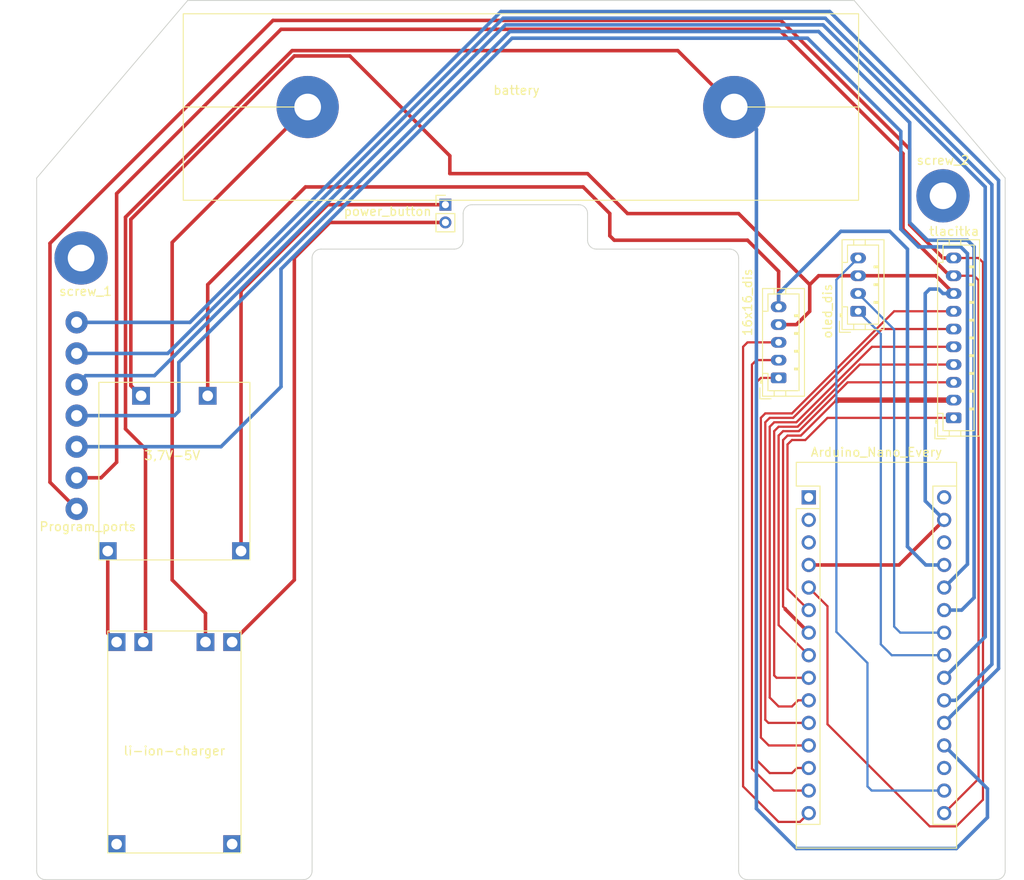
<source format=kicad_pcb>
(kicad_pcb (version 20211014) (generator pcbnew)
  (layers (0 "F.Cu" signal) (31 "B.Cu" signal) (34 "B.Paste" user) (35 "F.Paste" user) (36 "B.SilkS" user "B.Silkscreen") (37 "F.SilkS" user "F.Silkscreen") (38 "B.Mask" user) (39 "F.Mask" user) (44 "Edge.Cuts" user))
  (net 0 "")
  (net 1 "+5V")
  (net 4 "GND")
  (net 5 "Net-(3,7V-5V1-Pad3)")
  (net 6 "Net-(3,7V-5V1-Pad4)")
  (net 7 "Net-(16x16_dis1-Pad1)")
  (net 8 "Net-(16x16_dis1-Pad2)")
  (net 9 "Net-(16x16_dis1-Pad3)")
  (net 11 "2")
  (net 12 "Net-(Arduino_Nano_Every1-Pad6)")
  (net 13 "Net-(Arduino_Nano_Every1-Pad7)")
  (net 14 "Net-(Arduino_Nano_Every1-Pad8)")
  (net 15 "Net-(Arduino_Nano_Every1-Pad9)")
  (net 16 "Net-(Arduino_Nano_Every1-Pad10)")
  (net 17 "Net-(Arduino_Nano_Every1-Pad11)")
  (net 18 "Net-(Arduino_Nano_Every1-Pad12)")
  (net 19 "13")
  (net 21 "Net-(Arduino_Nano_Every1-Pad20)")
  (net 22 "Net-(Arduino_Nano_Every1-Pad21)")
  (net 23 "+3V3")
  (net 24 "Net-(Arduino_Nano_Every1-Pad22)")
  (net 25 "Net-(Arduino_Nano_Every1-Pad23)")
  (net 26 "Net-(Arduino_Nano_Every1-Pad24)")
  (net 27 "Net-(Arduino_Nano_Every1-Pad25)")
  (net 28 "ABat")
  (net 29 "Net-(Arduino_Nano_Every1-Pad26)")
  (net 32 "Net-(battery1-Pad1)")
  (net 35 "Net-(li-ion-charger1-Pad6)")
  (footprint "MountingHole:MountingHole_3mm_Pad" (layer "F.Cu") (at 75 90)
    (fp_text reference "screw_1" (at 0.5 3.75) (layer "F.SilkS"))
    (fp_text value "MountingHole_3mm_Pad")
    (pad "1" thru_hole circle (at 0 0) (size 6 6) (drill 3) (layers *.Cu *.Mask))
  )
  (footprint "Jst_tht_urx:7_pin" (layer "F.Cu") (at 74.5 97.25)
    (fp_text reference "Program_ports" (at 1.25 23 unlocked) (layer "F.SilkS"))
    (fp_text value "7_pin")
    (pad "1" thru_hole circle (at 0 0) (size 2.5 2.5) (drill 1.25) (layers *.Cu *.Mask) (net 21 "Net-(Arduino_Nano_Every1-Pad20)"))
    (pad "2" thru_hole circle (at 0 3.5) (size 2.5 2.5) (drill 1.25) (layers *.Cu *.Mask) (net 22 "Net-(Arduino_Nano_Every1-Pad21)"))
    (pad "3" thru_hole circle (at 0 7) (size 2.5 2.5) (drill 1.25) (layers *.Cu *.Mask) (net 24 "Net-(Arduino_Nano_Every1-Pad22)"))
    (pad "4" thru_hole circle (at 0 10.5) (size 2.5 2.5) (drill 1.25) (layers *.Cu *.Mask) (net 27 "Net-(Arduino_Nano_Every1-Pad25)"))
    (pad "5" thru_hole circle (at 0 14) (size 2.5 2.5) (drill 1.25) (layers *.Cu *.Mask) (net 29 "Net-(Arduino_Nano_Every1-Pad26)"))
    (pad "6" thru_hole circle (at 0 17.5) (size 2.5 2.5) (drill 1.25) (layers *.Cu *.Mask) (net 19 "13"))
    (pad "7" thru_hole circle (at 0 21) (size 2.5 2.5) (drill 1.25) (layers *.Cu *.Mask) (net 11 "2"))
  )
  (footprint "urx_0_5_library:li-ion-charger" (layer "F.Cu") (at 85.5 145 -90)
    (fp_text reference "li-ion-charger" (at 0.5 0 unlocked) (layer "F.SilkS"))
    (fp_text value "li-ion-charger")
    (fp_rect (start -13 -7.5) (end 12 7.5) (layer "F.SilkS") (width 0.12) (fill none))
    (pad "1" thru_hole rect (at -11.75 3.5 270) (size 2 2) (drill 1.2) (layers *.Cu *.Mask) (net 28 "ABat"))
    (pad "2" thru_hole rect (at -11.75 -3.5 270) (size 2 2) (drill 1.2) (layers *.Cu *.Mask) (net 32 "Net-(battery1-Pad1)"))
    (pad "3" thru_hole rect (at 11 -6.5 270) (size 2 2) (drill 1.2) (layers *.Cu *.Mask))
    (pad "4" thru_hole rect (at 11 6.5 270) (size 2 2) (drill 1.2) (layers *.Cu *.Mask))
    (pad "5" thru_hole rect (at -11.75 6.5 270) (size 2 2) (drill 1.2) (layers *.Cu *.Mask) (net 5 "Net-(3,7V-5V1-Pad3)"))
    (pad "6" thru_hole rect (at -11.75 -6.5 270) (size 2 2) (drill 1.2) (layers *.Cu *.Mask) (net 35 "Net-(li-ion-charger1-Pad6)"))
  )
  (footprint "Module:Arduino_Nano" (layer "F.Cu") (at 156.89 116.95)
    (fp_text reference "Arduino_Nano_Every" (at 7.62 -5.08) (layer "F.SilkS"))
    (fp_text value "Arduino_Nano_Every")
    (fp_line (start 13.97 36.83) (end 16.64 36.83) (layer "F.SilkS") (width 0.12))
    (fp_line (start 13.97 -1.27) (end 16.64 -1.27) (layer "F.SilkS") (width 0.12))
    (fp_line (start -1.4 -3.94) (end -1.4 -1.27) (layer "F.SilkS") (width 0.12))
    (fp_line (start 16.64 -3.94) (end -1.4 -3.94) (layer "F.SilkS") (width 0.12))
    (fp_line (start 1.27 -1.27) (end -1.4 -1.27) (layer "F.SilkS") (width 0.12))
    (fp_line (start -1.4 1.27) (end -1.4 39.5) (layer "F.SilkS") (width 0.12))
    (fp_line (start 13.97 -1.27) (end 13.97 36.83) (layer "F.SilkS") (width 0.12))
    (fp_line (start 1.27 1.27) (end -1.4 1.27) (layer "F.SilkS") (width 0.12))
    (fp_line (start 1.27 36.83) (end -1.4 36.83) (layer "F.SilkS") (width 0.12))
    (fp_line (start 16.64 39.5) (end 16.64 -3.94) (layer "F.SilkS") (width 0.12))
    (fp_line (start -1.4 39.5) (end 16.64 39.5) (layer "F.SilkS") (width 0.12))
    (fp_line (start 1.27 1.27) (end 1.27 36.83) (layer "F.SilkS") (width 0.12))
    (fp_line (start 1.27 1.27) (end 1.27 -1.27) (layer "F.SilkS") (width 0.12))
    (pad "1" thru_hole rect (at 0 0) (size 1.6 1.6) (drill 1) (layers *.Cu *.Mask))
    (pad "2" thru_hole oval (at 0 2.54) (size 1.6 1.6) (drill 1) (layers *.Cu *.Mask))
    (pad "3" thru_hole oval (at 0 5.08) (size 1.6 1.6) (drill 1) (layers *.Cu *.Mask))
    (pad "4" thru_hole oval (at 0 7.62) (size 1.6 1.6) (drill 1) (layers *.Cu *.Mask) (net 4 "GND"))
    (pad "5" thru_hole oval (at 0 10.16) (size 1.6 1.6) (drill 1) (layers *.Cu *.Mask) (net 11 "2"))
    (pad "6" thru_hole oval (at 0 12.7) (size 1.6 1.6) (drill 1) (layers *.Cu *.Mask) (net 12 "Net-(Arduino_Nano_Every1-Pad6)"))
    (pad "7" thru_hole oval (at 0 15.24) (size 1.6 1.6) (drill 1) (layers *.Cu *.Mask) (net 13 "Net-(Arduino_Nano_Every1-Pad7)"))
    (pad "8" thru_hole oval (at 0 17.78) (size 1.6 1.6) (drill 1) (layers *.Cu *.Mask) (net 14 "Net-(Arduino_Nano_Every1-Pad8)"))
    (pad "9" thru_hole oval (at 0 20.32) (size 1.6 1.6) (drill 1) (layers *.Cu *.Mask) (net 15 "Net-(Arduino_Nano_Every1-Pad9)"))
    (pad "10" thru_hole oval (at 0 22.86) (size 1.6 1.6) (drill 1) (layers *.Cu *.Mask) (net 16 "Net-(Arduino_Nano_Every1-Pad10)"))
    (pad "11" thru_hole oval (at 0 25.4) (size 1.6 1.6) (drill 1) (layers *.Cu *.Mask) (net 17 "Net-(Arduino_Nano_Every1-Pad11)"))
    (pad "12" thru_hole oval (at 0 27.94) (size 1.6 1.6) (drill 1) (layers *.Cu *.Mask) (net 18 "Net-(Arduino_Nano_Every1-Pad12)"))
    (pad "13" thru_hole oval (at 0 30.48) (size 1.6 1.6) (drill 1) (layers *.Cu *.Mask) (net 7 "Net-(16x16_dis1-Pad1)"))
    (pad "14" thru_hole oval (at 0 33.02) (size 1.6 1.6) (drill 1) (layers *.Cu *.Mask) (net 8 "Net-(16x16_dis1-Pad2)"))
    (pad "15" thru_hole oval (at 0 35.56) (size 1.6 1.6) (drill 1) (layers *.Cu *.Mask) (net 9 "Net-(16x16_dis1-Pad3)"))
    (pad "16" thru_hole oval (at 15.24 35.56) (size 1.6 1.6) (drill 1) (layers *.Cu *.Mask) (net 19 "13"))
    (pad "17" thru_hole oval (at 15.24 33.02) (size 1.6 1.6) (drill 1) (layers *.Cu *.Mask) (net 23 "+3V3"))
    (pad "18" thru_hole oval (at 15.24 30.48) (size 1.6 1.6) (drill 1) (layers *.Cu *.Mask))
    (pad "19" thru_hole oval (at 15.24 27.94) (size 1.6 1.6) (drill 1) (layers *.Cu *.Mask) (net 28 "ABat"))
    (pad "20" thru_hole oval (at 15.24 25.4) (size 1.6 1.6) (drill 1) (layers *.Cu *.Mask) (net 21 "Net-(Arduino_Nano_Every1-Pad20)"))
    (pad "21" thru_hole oval (at 15.24 22.86) (size 1.6 1.6) (drill 1) (layers *.Cu *.Mask) (net 22 "Net-(Arduino_Nano_Every1-Pad21)"))
    (pad "22" thru_hole oval (at 15.24 20.32) (size 1.6 1.6) (drill 1) (layers *.Cu *.Mask) (net 24 "Net-(Arduino_Nano_Every1-Pad22)"))
    (pad "23" thru_hole oval (at 15.24 17.78) (size 1.6 1.6) (drill 1) (layers *.Cu *.Mask) (net 25 "Net-(Arduino_Nano_Every1-Pad23)"))
    (pad "24" thru_hole oval (at 15.24 15.24) (size 1.6 1.6) (drill 1) (layers *.Cu *.Mask) (net 26 "Net-(Arduino_Nano_Every1-Pad24)"))
    (pad "25" thru_hole oval (at 15.24 12.7) (size 1.6 1.6) (drill 1) (layers *.Cu *.Mask) (net 27 "Net-(Arduino_Nano_Every1-Pad25)"))
    (pad "26" thru_hole oval (at 15.24 10.16) (size 1.6 1.6) (drill 1) (layers *.Cu *.Mask) (net 29 "Net-(Arduino_Nano_Every1-Pad26)"))
    (pad "27" thru_hole oval (at 15.24 7.62) (size 1.6 1.6) (drill 1) (layers *.Cu *.Mask) (net 1 "+5V"))
    (pad "28" thru_hole oval (at 15.24 5.08) (size 1.6 1.6) (drill 1) (layers *.Cu *.Mask))
    (pad "29" thru_hole oval (at 15.24 2.54) (size 1.6 1.6) (drill 1) (layers *.Cu *.Mask) (net 4 "GND"))
    (pad "30" thru_hole oval (at 15.24 0) (size 1.6 1.6) (drill 1) (layers *.Cu *.Mask))
  )
  (footprint "urx_0_5_library:li-ion_battery" (layer "F.Cu") (at 124.5 73 90)
    (fp_text reference "battery" (at 1.88 -0.5 unlocked) (layer "F.SilkS"))
    (fp_text value "battery_li-ion")
    (fp_line (start 0 -38) (end 0 -24) (layer "F.SilkS") (width 0.12))
    (fp_line (start 0 38) (end 0 24) (layer "F.SilkS") (width 0.12))
    (fp_rect (start -10.5 -38) (end 10.5 38) (layer "F.SilkS") (width 0.12) (fill none))
    (pad "1" thru_hole circle (at 0 -24 90) (size 7 7) (drill 3) (layers *.Cu *.Mask) (net 32 "Net-(battery1-Pad1)"))
    (pad "2" thru_hole circle (at 0 24 90) (size 7 7) (drill 3) (layers *.Cu *.Mask) (net 28 "ABat"))
  )
  (footprint "Connector_JST:JST_PH_B10B-PH-K_1x10_P2.00mm_Vertical" (layer "F.Cu") (at 173.2 108 90)
    (fp_text reference "tlacitka" (at 21 0.05 180) (layer "F.SilkS"))
    (fp_text value "10_pin")
    (fp_line (start -2.36 -2.11) (end -2.36 -0.86) (layer "F.SilkS") (width 0.12))
    (fp_line (start 5 2.3) (end 5 1.8) (layer "F.SilkS") (width 0.12))
    (fp_line (start -2.06 0.8) (end -1.45 0.8) (layer "F.SilkS") (width 0.12))
    (fp_line (start 17.1 1.8) (end 17.1 2.3) (layer "F.SilkS") (width 0.12))
    (fp_line (start 10.9 2.3) (end 10.9 1.8) (layer "F.SilkS") (width 0.12))
    (fp_line (start 8.9 1.8) (end 9.1 1.8) (layer "F.SilkS") (width 0.12))
    (fp_line (start 9.1 1.8) (end 9.1 2.3) (layer "F.SilkS") (width 0.12))
    (fp_line (start 0.9 1.8) (end 1.1 1.8) (layer "F.SilkS") (width 0.12))
    (fp_line (start 10.9 1.8) (end 11.1 1.8) (layer "F.SilkS") (width 0.12))
    (fp_line (start 7.1 1.8) (end 7.1 2.3) (layer "F.SilkS") (width 0.12))
    (fp_line (start 1 2.3) (end 1 1.8) (layer "F.SilkS") (width 0.12))
    (fp_line (start 16.9 2.3) (end 16.9 1.8) (layer "F.SilkS") (width 0.12))
    (fp_line (start 6.9 2.3) (end 6.9 1.8) (layer "F.SilkS") (width 0.12))
    (fp_line (start -2.06 -1.81) (end -2.06 2.91) (layer "F.SilkS") (width 0.12))
    (fp_line (start 20.06 2.91) (end 20.06 -1.81) (layer "F.SilkS") (width 0.12))
    (fp_line (start 15 2.3) (end 15 1.8) (layer "F.SilkS") (width 0.12))
    (fp_line (start 0.5 -1.81) (end 0.5 -1.2) (layer "F.SilkS") (width 0.12))
    (fp_line (start 17 2.3) (end 17 1.8) (layer "F.SilkS") (width 0.12))
    (fp_line (start -0.3 -1.91) (end -0.6 -1.91) (layer "F.SilkS") (width 0.12))
    (fp_line (start 6.9 1.8) (end 7.1 1.8) (layer "F.SilkS") (width 0.12))
    (fp_line (start 13.1 1.8) (end 13.1 2.3) (layer "F.SilkS") (width 0.12))
    (fp_line (start 19.45 -1.2) (end 17.5 -1.2) (layer "F.SilkS") (width 0.12))
    (fp_line (start 1.1 1.8) (end 1.1 2.3) (layer "F.SilkS") (width 0.12))
    (fp_line (start -1.45 2.3) (end 19.45 2.3) (layer "F.SilkS") (width 0.12))
    (fp_line (start 4.9 2.3) (end 4.9 1.8) (layer "F.SilkS") (width 0.12))
    (fp_line (start -0.3 -1.81) (end -0.3 -2.01) (layer "F.SilkS") (width 0.12))
    (fp_line (start 17.5 -1.2) (end 17.5 -1.81) (layer "F.SilkS") (width 0.12))
    (fp_line (start 3.1 1.8) (end 3.1 2.3) (layer "F.SilkS") (width 0.12))
    (fp_line (start -1.11 -2.11) (end -2.36 -2.11) (layer "F.SilkS") (width 0.12))
    (fp_line (start 13 2.3) (end 13 1.8) (layer "F.SilkS") (width 0.12))
    (fp_line (start 12.9 1.8) (end 13.1 1.8) (layer "F.SilkS") (width 0.12))
    (fp_line (start 20.06 -1.81) (end -2.06 -1.81) (layer "F.SilkS") (width 0.12))
    (fp_line (start 14.9 2.3) (end 14.9 1.8) (layer "F.SilkS") (width 0.12))
    (fp_line (start 3 2.3) (end 3 1.8) (layer "F.SilkS") (width 0.12))
    (fp_line (start -0.6 -2.01) (end -0.6 -1.81) (layer "F.SilkS") (width 0.12))
    (fp_line (start 4.9 1.8) (end 5.1 1.8) (layer "F.SilkS") (width 0.12))
    (fp_line (start 7 2.3) (end 7 1.8) (layer "F.SilkS") (width 0.12))
    (fp_line (start 0.5 -1.2) (end -1.45 -1.2) (layer "F.SilkS") (width 0.12))
    (fp_line (start 15.1 1.8) (end 15.1 2.3) (layer "F.SilkS") (width 0.12))
    (fp_line (start 2.9 1.8) (end 3.1 1.8) (layer "F.SilkS") (width 0.12))
    (fp_line (start 11 2.3) (end 11 1.8) (layer "F.SilkS") (width 0.12))
    (fp_line (start 0.9 2.3) (end 0.9 1.8) (layer "F.SilkS") (width 0.12))
    (fp_line (start -2.06 2.91) (end 20.06 2.91) (layer "F.SilkS") (width 0.12))
    (fp_line (start 5.1 1.8) (end 5.1 2.3) (layer "F.SilkS") (width 0.12))
    (fp_line (start 2.9 2.3) (end 2.9 1.8) (layer "F.SilkS") (width 0.12))
    (fp_line (start -1.45 -1.2) (end -1.45 2.3) (layer "F.SilkS") (width 0.12))
    (fp_line (start 14.9 1.8) (end 15.1 1.8) (layer "F.SilkS") (width 0.12))
    (fp_line (start -2.06 -0.5) (end -1.45 -0.5) (layer "F.SilkS") (width 0.12))
    (fp_line (start 12.9 2.3) (end 12.9 1.8) (layer "F.SilkS") (width 0.12))
    (fp_line (start -0.3 -2.01) (end -0.6 -2.01) (layer "F.SilkS") (width 0.12))
    (fp_line (start 16.9 1.8) (end 17.1 1.8) (layer "F.SilkS") (width 0.12))
    (fp_line (start 20.06 -0.5) (end 19.45 -0.5) (layer "F.SilkS") (width 0.12))
    (fp_line (start 20.06 0.8) (end 19.45 0.8) (layer "F.SilkS") (width 0.12))
    (fp_line (start 19.45 2.3) (end 19.45 -1.2) (layer "F.SilkS") (width 0.12))
    (fp_line (start 9 2.3) (end 9 1.8) (layer "F.SilkS") (width 0.12))
    (fp_line (start 8.9 2.3) (end 8.9 1.8) (layer "F.SilkS") (width 0.12))
    (fp_line (start 11.1 1.8) (end 11.1 2.3) (layer "F.SilkS") (width 0.12))
    (pad "1" thru_hole roundrect (at 0 0 90) (size 1.2 1.75) (drill 0.75) (layers *.Cu *.Mask) (roundrect_rratio 0.2083333333) (net 12 "Net-(Arduino_Nano_Every1-Pad6)"))
    (pad "2" thru_hole oval (at 2 0 90) (size 1.2 1.75) (drill 0.75) (layers *.Cu *.Mask) (net 13 "Net-(Arduino_Nano_Every1-Pad7)"))
    (pad "3" thru_hole oval (at 4 0 90) (size 1.2 1.75) (drill 0.75) (layers *.Cu *.Mask) (net 14 "Net-(Arduino_Nano_Every1-Pad8)"))
    (pad "4" thru_hole oval (at 6 0 90) (size 1.2 1.75) (drill 0.75) (layers *.Cu *.Mask) (net 15 "Net-(Arduino_Nano_Every1-Pad9)"))
    (pad "5" thru_hole oval (at 8 0 90) (size 1.2 1.75) (drill 0.75) (layers *.Cu *.Mask) (net 16 "Net-(Arduino_Nano_Every1-Pad10)"))
    (pad "6" thru_hole oval (at 10 0 90) (size 1.2 1.75) (drill 0.75) (layers *.Cu *.Mask) (net 17 "Net-(Arduino_Nano_Every1-Pad11)"))
    (pad "7" thru_hole oval (at 12 0 90) (size 1.2 1.75) (drill 0.75) (layers *.Cu *.Mask) (net 18 "Net-(Arduino_Nano_Every1-Pad12)"))
    (pad "8" thru_hole oval (at 14 0 90) (size 1.2 1.75) (drill 0.75) (layers *.Cu *.Mask) (net 4 "GND"))
    (pad "9" thru_hole oval (at 16 0 90) (size 1.2 1.75) (drill 0.75) (layers *.Cu *.Mask) (net 19 "13"))
    (pad "10" thru_hole oval (at 18 0 90) (size 1.2 1.75) (drill 0.75) (layers *.Cu *.Mask) (net 11 "2"))
  )
  (footprint "MountingHole:MountingHole_3mm_Pad" (layer "F.Cu") (at 172 83)
    (fp_text reference "screw_2" (at 0 -4) (layer "F.SilkS"))
    (fp_text value "MountingHole_3mm_Pad")
    (pad "1" thru_hole circle (at 0 0) (size 6 6) (drill 3) (layers *.Cu *.Mask))
  )
  (footprint "Connector_PinHeader_2.00mm:PinHeader_1x02_P2.00mm_Vertical" (layer "F.Cu") (at 116 84)
    (fp_text reference "power_button" (at -6.5 0.75) (layer "F.SilkS"))
    (fp_text value "2_pin")
    (fp_line (start -1.06 3.06) (end 1.06 3.06) (layer "F.SilkS") (width 0.12))
    (fp_line (start -1.06 0) (end -1.06 -1.06) (layer "F.SilkS") (width 0.12))
    (fp_line (start -1.06 -1.06) (end 0 -1.06) (layer "F.SilkS") (width 0.12))
    (fp_line (start -1.06 1) (end 1.06 1) (layer "F.SilkS") (width 0.12))
    (fp_line (start 1.06 1) (end 1.06 3.06) (layer "F.SilkS") (width 0.12))
    (fp_line (start -1.06 1) (end -1.06 3.06) (layer "F.SilkS") (width 0.12))
    (pad "1" thru_hole rect (at 0 0) (size 1.35 1.35) (drill 0.8) (layers *.Cu *.Mask) (net 6 "Net-(3,7V-5V1-Pad4)"))
    (pad "2" thru_hole oval (at 0 2) (size 1.35 1.35) (drill 0.8) (layers *.Cu *.Mask) (net 35 "Net-(li-ion-charger1-Pad6)"))
  )
  (footprint "urx_0_5_library:boost-to-5v" (layer "F.Cu") (at 85.5 115 -90)
    (fp_text reference "3,7V-5V" (at -2.75 0.25 unlocked) (layer "F.SilkS"))
    (fp_text value "boost-to-5v")
    (fp_rect (start 9 -8.5) (end -11 8.5) (layer "F.SilkS") (width 0.12) (fill none))
    (pad "1" thru_hole rect (at -9.48 -3.75 270) (size 2 2) (drill 1.2) (layers *.Cu *.Mask) (net 1 "+5V"))
    (pad "2" thru_hole rect (at -9.48 3.75 270) (size 2 2) (drill 1.2) (layers *.Cu *.Mask) (net 4 "GND"))
    (pad "3" thru_hole rect (at 8 7.5 270) (size 2 2) (drill 1.2) (layers *.Cu *.Mask) (net 5 "Net-(3,7V-5V1-Pad3)"))
    (pad "4" thru_hole rect (at 8 -7.5 270) (size 2 2) (drill 1.2) (layers *.Cu *.Mask) (net 6 "Net-(3,7V-5V1-Pad4)"))
  )
  (footprint "Connector_JST:JST_PH_B5B-PH-K_1x05_P2.00mm_Vertical" (layer "F.Cu") (at 153.5 103.5 90)
    (fp_text reference "16x16_dis" (at 8.5 -3.5 90) (layer "F.SilkS"))
    (fp_text value "5_pin")
    (fp_line (start -2.06 -1.81) (end -2.06 2.91) (layer "F.SilkS") (width 0.12))
    (fp_line (start 6.9 1.8) (end 7.1 1.8) (layer "F.SilkS") (width 0.12))
    (fp_line (start 5.1 1.8) (end 5.1 2.3) (layer "F.SilkS") (width 0.12))
    (fp_line (start -2.06 0.8) (end -1.45 0.8) (layer "F.SilkS") (width 0.12))
    (fp_line (start 9.45 -1.2) (end 7.5 -1.2) (layer "F.SilkS") (width 0.12))
    (fp_line (start 1.1 1.8) (end 1.1 2.3) (layer "F.SilkS") (width 0.12))
    (fp_line (start -2.06 -0.5) (end -1.45 -0.5) (layer "F.SilkS") (width 0.12))
    (fp_line (start 7 2.3) (end 7 1.8) (layer "F.SilkS") (width 0.12))
    (fp_line (start -0.6 -2.01) (end -0.6 -1.81) (layer "F.SilkS") (width 0.12))
    (fp_line (start -2.36 -2.11) (end -2.36 -0.86) (layer "F.SilkS") (width 0.12))
    (fp_line (start -0.3 -1.91) (end -0.6 -1.91) (layer "F.SilkS") (width 0.12))
    (fp_line (start 10.06 2.91) (end 10.06 -1.81) (layer "F.SilkS") (width 0.12))
    (fp_line (start 2.9 2.3) (end 2.9 1.8) (layer "F.SilkS") (width 0.12))
    (fp_line (start 10.06 -0.5) (end 9.45 -0.5) (layer "F.SilkS") (width 0.12))
    (fp_line (start 0.9 1.8) (end 1.1 1.8) (layer "F.SilkS") (width 0.12))
    (fp_line (start 4.9 1.8) (end 5.1 1.8) (layer "F.SilkS") (width 0.12))
    (fp_line (start -1.11 -2.11) (end -2.36 -2.11) (layer "F.SilkS") (width 0.12))
    (fp_line (start 3 2.3) (end 3 1.8) (layer "F.SilkS") (width 0.12))
    (fp_line (start 7.5 -1.2) (end 7.5 -1.81) (layer "F.SilkS") (width 0.12))
    (fp_line (start -0.3 -1.81) (end -0.3 -2.01) (layer "F.SilkS") (width 0.12))
    (fp_line (start 5 2.3) (end 5 1.8) (layer "F.SilkS") (width 0.12))
    (fp_line (start 0.5 -1.2) (end -1.45 -1.2) (layer "F.SilkS") (width 0.12))
    (fp_line (start 4.9 2.3) (end 4.9 1.8) (layer "F.SilkS") (width 0.12))
    (fp_line (start 0.9 2.3) (end 0.9 1.8) (layer "F.SilkS") (width 0.12))
    (fp_line (start 2.9 1.8) (end 3.1 1.8) (layer "F.SilkS") (width 0.12))
    (fp_line (start 10.06 0.8) (end 9.45 0.8) (layer "F.SilkS") (width 0.12))
    (fp_line (start 7.1 1.8) (end 7.1 2.3) (layer "F.SilkS") (width 0.12))
    (fp_line (start -0.3 -2.01) (end -0.6 -2.01) (layer "F.SilkS") (width 0.12))
    (fp_line (start 6.9 2.3) (end 6.9 1.8) (layer "F.SilkS") (width 0.12))
    (fp_line (start 0.5 -1.81) (end 0.5 -1.2) (layer "F.SilkS") (width 0.12))
    (fp_line (start 1 2.3) (end 1 1.8) (layer "F.SilkS") (width 0.12))
    (fp_line (start -2.06 2.91) (end 10.06 2.91) (layer "F.SilkS") (width 0.12))
    (fp_line (start 10.06 -1.81) (end -2.06 -1.81) (layer "F.SilkS") (width 0.12))
    (fp_line (start -1.45 2.3) (end 9.45 2.3) (layer "F.SilkS") (width 0.12))
    (fp_line (start 9.45 2.3) (end 9.45 -1.2) (layer "F.SilkS") (width 0.12))
    (fp_line (start 3.1 1.8) (end 3.1 2.3) (layer "F.SilkS") (width 0.12))
    (fp_line (start -1.45 -1.2) (end -1.45 2.3) (layer "F.SilkS") (width 0.12))
    (pad "1" thru_hole roundrect (at 0 0 90) (size 1.2 1.75) (drill 0.75) (layers *.Cu *.Mask) (roundrect_rratio 0.2083333333) (net 7 "Net-(16x16_dis1-Pad1)"))
    (pad "2" thru_hole oval (at 2 0 90) (size 1.2 1.75) (drill 0.75) (layers *.Cu *.Mask) (net 8 "Net-(16x16_dis1-Pad2)"))
    (pad "3" thru_hole oval (at 4 0 90) (size 1.2 1.75) (drill 0.75) (layers *.Cu *.Mask) (net 9 "Net-(16x16_dis1-Pad3)"))
    (pad "4" thru_hole oval (at 6 0 90) (size 1.2 1.75) (drill 0.75) (layers *.Cu *.Mask) (net 4 "GND"))
    (pad "5" thru_hole oval (at 8 0 90) (size 1.2 1.75) (drill 0.75) (layers *.Cu *.Mask) (net 1 "+5V"))
  )
  (footprint "Connector_JST:JST_PH_B4B-PH-K_1x04_P2.00mm_Vertical" (layer "F.Cu") (at 162.45 96 90)
    (fp_text reference "oled_dis" (at 0 -3.45 90) (layer "F.SilkS"))
    (fp_text value "4_pin")
    (fp_line (start 7.45 -1.2) (end 5.5 -1.2) (layer "F.SilkS") (width 0.12))
    (fp_line (start -2.06 -0.5) (end -1.45 -0.5) (layer "F.SilkS") (width 0.12))
    (fp_line (start -2.06 2.91) (end 8.06 2.91) (layer "F.SilkS") (width 0.12))
    (fp_line (start 2.9 1.8) (end 3.1 1.8) (layer "F.SilkS") (width 0.12))
    (fp_line (start -2.06 0.8) (end -1.45 0.8) (layer "F.SilkS") (width 0.12))
    (fp_line (start -0.3 -1.91) (end -0.6 -1.91) (layer "F.SilkS") (width 0.12))
    (fp_line (start -2.36 -2.11) (end -2.36 -0.86) (layer "F.SilkS") (width 0.12))
    (fp_line (start -2.06 -1.81) (end -2.06 2.91) (layer "F.SilkS") (width 0.12))
    (fp_line (start 4.9 2.3) (end 4.9 1.8) (layer "F.SilkS") (width 0.12))
    (fp_line (start -0.3 -2.01) (end -0.6 -2.01) (layer "F.SilkS") (width 0.12))
    (fp_line (start -1.11 -2.11) (end -2.36 -2.11) (layer "F.SilkS") (width 0.12))
    (fp_line (start 7.45 2.3) (end 7.45 -1.2) (layer "F.SilkS") (width 0.12))
    (fp_line (start -0.3 -1.81) (end -0.3 -2.01) (layer "F.SilkS") (width 0.12))
    (fp_line (start 0.9 1.8) (end 1.1 1.8) (layer "F.SilkS") (width 0.12))
    (fp_line (start -1.45 2.3) (end 7.45 2.3) (layer "F.SilkS") (width 0.12))
    (fp_line (start 0.5 -1.2) (end -1.45 -1.2) (layer "F.SilkS") (width 0.12))
    (fp_line (start 2.9 2.3) (end 2.9 1.8) (layer "F.SilkS") (width 0.12))
    (fp_line (start 0.5 -1.81) (end 0.5 -1.2) (layer "F.SilkS") (width 0.12))
    (fp_line (start -1.45 -1.2) (end -1.45 2.3) (layer "F.SilkS") (width 0.12))
    (fp_line (start 3 2.3) (end 3 1.8) (layer "F.SilkS") (width 0.12))
    (fp_line (start 5.5 -1.2) (end 5.5 -1.81) (layer "F.SilkS") (width 0.12))
    (fp_line (start 5 2.3) (end 5 1.8) (layer "F.SilkS") (width 0.12))
    (fp_line (start 8.06 -0.5) (end 7.45 -0.5) (layer "F.SilkS") (width 0.12))
    (fp_line (start 1 2.3) (end 1 1.8) (layer "F.SilkS") (width 0.12))
    (fp_line (start 4.9 1.8) (end 5.1 1.8) (layer "F.SilkS") (width 0.12))
    (fp_line (start 0.9 2.3) (end 0.9 1.8) (layer "F.SilkS") (width 0.12))
    (fp_line (start 3.1 1.8) (end 3.1 2.3) (layer "F.SilkS") (width 0.12))
    (fp_line (start 1.1 1.8) (end 1.1 2.3) (layer "F.SilkS") (width 0.12))
    (fp_line (start 8.06 -1.81) (end -2.06 -1.81) (layer "F.SilkS") (width 0.12))
    (fp_line (start -0.6 -2.01) (end -0.6 -1.81) (layer "F.SilkS") (width 0.12))
    (fp_line (start 8.06 2.91) (end 8.06 -1.81) (layer "F.SilkS") (width 0.12))
    (fp_line (start 8.06 0.8) (end 7.45 0.8) (layer "F.SilkS") (width 0.12))
    (fp_line (start 5.1 1.8) (end 5.1 2.3) (layer "F.SilkS") (width 0.12))
    (pad "1" thru_hole roundrect (at 0 0 90) (size 1.2 1.75) (drill 0.75) (layers *.Cu *.Mask) (roundrect_rratio 0.2083333333) (net 25 "Net-(Arduino_Nano_Every1-Pad23)"))
    (pad "2" thru_hole oval (at 2 0 90) (size 1.2 1.75) (drill 0.75) (layers *.Cu *.Mask) (net 26 "Net-(Arduino_Nano_Every1-Pad24)"))
    (pad "3" thru_hole oval (at 4 0 90) (size 1.2 1.75) (drill 0.75) (layers *.Cu *.Mask) (net 4 "GND"))
    (pad "4" thru_hole oval (at 6 0 90) (size 1.2 1.75) (drill 0.75) (layers *.Cu *.Mask) (net 23 "+3V3"))
  )
  (gr_line (start 100 160) (end 71 160) (layer "Edge.Cuts") (width 0.1))
  (gr_arc (start 133 89) (mid 132.292893 88.707107) (end 132 88) (layer "Edge.Cuts") (width 0.1))
  (gr_line (start 178 160) (end 150 160) (layer "Edge.Cuts") (width 0.1))
  (gr_line (start 132 88) (end 132 85) (layer "Edge.Cuts") (width 0.1))
  (gr_line (start 118 85) (end 118 88) (layer "Edge.Cuts") (width 0.1))
  (gr_line (start 87 61) (end 70 81) (layer "Edge.Cuts") (width 0.1))
  (gr_arc (start 131 84) (mid 131.707107 84.292893) (end 132 85) (layer "Edge.Cuts") (width 0.1))
  (gr_arc (start 101 159) (mid 100.707107 159.707107) (end 100 160) (layer "Edge.Cuts") (width 0.1))
  (gr_line (start 70 159) (end 70 81) (layer "Edge.Cuts") (width 0.1))
  (gr_line (start 179 81) (end 179 159) (layer "Edge.Cuts") (width 0.1))
  (gr_line (start 162 61) (end 87 61) (layer "Edge.Cuts") (width 0.1))
  (gr_arc (start 71 160) (mid 70.292893 159.707107) (end 70 159) (layer "Edge.Cuts") (width 0.1))
  (gr_line (start 101 90) (end 101 159) (layer "Edge.Cuts") (width 0.1))
  (gr_line (start 149 159) (end 149 90) (layer "Edge.Cuts") (width 0.1))
  (gr_arc (start 150 160) (mid 149.292893 159.707107) (end 149 159) (layer "Edge.Cuts") (width 0.1))
  (gr_line (start 162 61) (end 179 81) (layer "Edge.Cuts") (width 0.1))
  (gr_line (start 117 89) (end 102 89) (layer "Edge.Cuts") (width 0.1))
  (gr_arc (start 179 159) (mid 178.707107 159.707107) (end 178 160) (layer "Edge.Cuts") (width 0.1))
  (gr_arc (start 101 90) (mid 101.292893 89.292893) (end 102 89) (layer "Edge.Cuts") (width 0.1))
  (gr_line (start 131 84) (end 119 84) (layer "Edge.Cuts") (width 0.1))
  (gr_arc (start 148 89) (mid 148.707107 89.292893) (end 149 90) (layer "Edge.Cuts") (width 0.1))
  (gr_arc (start 118 85) (mid 118.292893 84.292893) (end 119 84) (layer "Edge.Cuts") (width 0.1))
  (gr_arc (start 118 88) (mid 117.707107 88.707107) (end 117 89) (layer "Edge.Cuts") (width 0.1))
  (gr_line (start 148 89) (end 133 89) (layer "Edge.Cuts") (width 0.1))
  (segment (start 100.25 82) (end 131.5 82) (width 0.4) (layer "F.Cu") (net 1))
  (segment (start 135 88) (end 150 88) (width 0.4) (layer "F.Cu") (net 1))
  (segment (start 89.25 105.52) (end 89.25 93) (width 0.4) (layer "F.Cu") (net 1))
  (segment (start 131.5 82) (end 134.5 85) (width 0.4) (layer "F.Cu") (net 1))
  (segment (start 153.5 91.5) (end 153.5 95.5) (width 0.4) (layer "F.Cu") (net 1))
  (segment (start 89.25 93) (end 100.25 82) (width 0.4) (layer "F.Cu") (net 1))
  (segment (start 134.5 85) (end 134.5 87.5) (width 0.4) (layer "F.Cu") (net 1))
  (segment (start 150 88) (end 153.5 91.5) (width 0.4) (layer "F.Cu") (net 1))
  (segment (start 134.5 87.5) (end 135 88) (width 0.4) (layer "F.Cu") (net 1))
  (segment (start 153.5 94) (end 160.5 87) (width 0.4) (layer "B.Cu") (net 1))
  (segment (start 160.5 87) (end 166 87) (width 0.4) (layer "B.Cu") (net 1))
  (segment (start 168 89) (end 168 122.5) (width 0.4) (layer "B.Cu") (net 1))
  (segment (start 166 87) (end 168 89) (width 0.4) (layer "B.Cu") (net 1))
  (segment (start 168 122.5) (end 170.07 124.57) (width 0.4) (layer "B.Cu") (net 1))
  (segment (start 153.5 95.5) (end 153.5 94) (width 0.4) (layer "B.Cu") (net 1))
  (segment (start 170.07 124.57) (end 172.13 124.57) (width 0.4) (layer "B.Cu") (net 1))
  (segment (start 167.05 124.57) (end 172.13 119.49) (width 0.4) (layer "F.Cu") (net 4))
  (segment (start 157 96) (end 155.5 97.5) (width 0.4) (layer "F.Cu") (net 4))
  (segment (start 162.45 92) (end 158 92) (width 0.4) (layer "F.Cu") (net 4))
  (segment (start 81.75 105.52) (end 80.59952 104.36952) (width 0.4) (layer "F.Cu") (net 4))
  (segment (start 81.75 105.52) (end 82.5 104.77) (width 0.4) (layer "F.Cu") (net 4))
  (segment (start 136.5 85) (end 149 85) (width 0.4) (layer "F.Cu") (net 4))
  (segment (start 149 85) (end 157 93) (width 0.4) (layer "F.Cu") (net 4))
  (segment (start 105.25 67.25) (end 116.5 78.5) (width 0.4) (layer "F.Cu") (net 4))
  (segment (start 99 67.25) (end 105.25 67.25) (width 0.4) (layer "F.Cu") (net 4))
  (segment (start 116.5 80.5) (end 132 80.5) (width 0.4) (layer "F.Cu") (net 4))
  (segment (start 132 80.5) (end 136.5 85) (width 0.4) (layer "F.Cu") (net 4))
  (segment (start 80.59952 85.65048) (end 99 67.25) (width 0.4) (layer "F.Cu") (net 4))
  (segment (start 157 93) (end 157 96) (width 0.4) (layer "F.Cu") (net 4))
  (segment (start 155.5 97.5) (end 153.5 97.5) (width 0.4) (layer "F.Cu") (net 4))
  (segment (start 156.89 124.57) (end 167.05 124.57) (width 0.4) (layer "F.Cu") (net 4))
  (segment (start 158 92) (end 157 93) (width 0.4) (layer "F.Cu") (net 4))
  (segment (start 80.59952 104.36952) (end 80.59952 85.65048) (width 0.4) (layer "F.Cu") (net 4))
  (segment (start 162.45 92) (end 171.2 92) (width 0.4) (layer "F.Cu") (net 4))
  (segment (start 171.2 92) (end 173.2 94) (width 0.4) (layer "F.Cu") (net 4))
  (segment (start 116.5 78.5) (end 116.5 80.5) (width 0.4) (layer "F.Cu") (net 4))
  (segment (start 171.5 93.5) (end 172 94) (width 0.4) (layer "B.Cu") (net 4))
  (segment (start 172.13 119.49) (end 170 117.36) (width 0.4) (layer "B.Cu") (net 4))
  (segment (start 173.2 94) (end 172 94) (width 0.4) (layer "B.Cu") (net 4))
  (segment (start 170 94) (end 170.5 93.5) (width 0.4) (layer "B.Cu") (net 4))
  (segment (start 170.5 93.5) (end 171.5 93.5) (width 0.4) (layer "B.Cu") (net 4))
  (segment (start 170 117.36) (end 170 94) (width 0.4) (layer "B.Cu") (net 4))
  (segment (start 78 123) (end 78 132.25) (width 0.4) (layer "F.Cu") (net 5))
  (segment (start 78 132.25) (end 79 133.25) (width 0.4) (layer "F.Cu") (net 5))
  (segment (start 102.75 84) (end 116 84) (width 0.4) (layer "F.Cu") (net 6))
  (segment (start 93 123) (end 93 93.75) (width 0.4) (layer "F.Cu") (net 6))
  (segment (start 93 93.75) (end 102.75 84) (width 0.4) (layer "F.Cu") (net 6))
  (segment (start 153.5 103.5) (end 151.5 103.5) (width 0.25) (layer "F.Cu") (net 7))
  (segment (start 152.5 148) (end 155 148) (width 0.25) (layer "F.Cu") (net 7))
  (segment (start 151 146.5) (end 152.5 148) (width 0.25) (layer "F.Cu") (net 7))
  (segment (start 155 148) (end 155.57 147.43) (width 0.25) (layer "F.Cu") (net 7))
  (segment (start 155.57 147.43) (end 156.89 147.43) (width 0.25) (layer "F.Cu") (net 7))
  (segment (start 151.5 103.5) (end 151 104) (width 0.25) (layer "F.Cu") (net 7))
  (segment (start 151 104) (end 151 146.5) (width 0.25) (layer "F.Cu") (net 7))
  (segment (start 153.5 101.5) (end 151 101.5) (width 0.25) (layer "F.Cu") (net 8))
  (segment (start 150.5 102) (end 150.5 147.5) (width 0.25) (layer "F.Cu") (net 8))
  (segment (start 150.5 147.5) (end 152.97 149.97) (width 0.25) (layer "F.Cu") (net 8))
  (segment (start 152.97 149.97) (end 156.89 149.97) (width 0.25) (layer "F.Cu") (net 8))
  (segment (start 151 101.5) (end 150.5 102) (width 0.25) (layer "F.Cu") (net 8))
  (segment (start 149.5 100) (end 149.5 149.5) (width 0.25) (layer "F.Cu") (net 9))
  (segment (start 150 99.5) (end 149.5 100) (width 0.25) (layer "F.Cu") (net 9))
  (segment (start 155.9 153.5) (end 156.89 152.51) (width 0.25) (layer "F.Cu") (net 9))
  (segment (start 149.5 149.5) (end 153.5 153.5) (width 0.25) (layer "F.Cu") (net 9))
  (segment (start 153.5 153.5) (end 155.9 153.5) (width 0.25) (layer "F.Cu") (net 9))
  (segment (start 153.5 99.5) (end 150 99.5) (width 0.25) (layer "F.Cu") (net 9))
  (segment (start 96.596182 63.25) (end 71.5 88.346182) (width 0.4) (layer "F.Cu") (net 11))
  (segment (start 172 90) (end 168.25 86.25) (width 0.4) (layer "F.Cu") (net 11))
  (segment (start 71.5 115.25) (end 74.5 118.25) (width 0.4) (layer "F.Cu") (net 11))
  (segment (start 173.2 90) (end 176 90) (width 0.25) (layer "F.Cu") (net 11))
  (segment (start 159 142.5) (end 159 129.22) (width 0.25) (layer "F.Cu") (net 11))
  (segment (start 170.5 154) (end 159 142.5) (width 0.25) (layer "F.Cu") (net 11))
  (segment (start 168.25 77.75) (end 153.75 63.25) (width 0.4) (layer "F.Cu") (net 11))
  (segment (start 176.5 151) (end 173.5 154) (width 0.25) (layer "F.Cu") (net 11))
  (segment (start 176.5 90.5) (end 176.5 151) (width 0.25) (layer "F.Cu") (net 11))
  (segment (start 173.2 90) (end 172 90) (width 0.4) (layer "F.Cu") (net 11))
  (segment (start 173.5 154) (end 170.5 154) (width 0.25) (layer "F.Cu") (net 11))
  (segment (start 159 129.22) (end 156.89 127.11) (width 0.25) (layer "F.Cu") (net 11))
  (segment (start 176 90) (end 176.5 90.5) (width 0.25) (layer "F.Cu") (net 11))
  (segment (start 71.5 88.346182) (end 71.5 115.25) (width 0.4) (layer "F.Cu") (net 11))
  (segment (start 153.75 63.25) (end 96.596182 63.25) (width 0.4) (layer "F.Cu") (net 11))
  (segment (start 168.25 86.25) (end 168.25 77.75) (width 0.4) (layer "F.Cu") (net 11))
  (segment (start 154.5 111) (end 154.5 127.26) (width 0.25) (layer "F.Cu") (net 12))
  (segment (start 154.5 127.26) (end 156.89 129.65) (width 0.25) (layer "F.Cu") (net 12))
  (segment (start 159 108) (end 156.5 110.5) (width 0.25) (layer "F.Cu") (net 12))
  (segment (start 159 108) (end 173.2 108) (width 0.25) (layer "F.Cu") (net 12))
  (segment (start 155 110.5) (end 154.5 111) (width 0.25) (layer "F.Cu") (net 12))
  (segment (start 156.5 110.5) (end 155 110.5) (width 0.25) (layer "F.Cu") (net 12))
  (segment (start 154.5 110) (end 156 110) (width 0.25) (layer "F.Cu") (net 13))
  (segment (start 154.25 129.5) (end 154.25 129.55) (width 0.4) (layer "F.Cu") (net 13))
  (segment (start 156 110) (end 160 106) (width 0.25) (layer "F.Cu") (net 13))
  (segment (start 173.2 106) (end 160.25 106) (width 0.6) (layer "F.Cu") (net 13))
  (segment (start 154 110.5) (end 154.5 110) (width 0.25) (layer "F.Cu") (net 13))
  (segment (start 154 129.25) (end 154 110.5) (width 0.25) (layer "F.Cu") (net 13))
  (segment (start 161 106) (end 160.25 106) (width 0.25) (layer "F.Cu") (net 13))
  (segment (start 154.25 129.5) (end 154 129.25) (width 0.25) (layer "F.Cu") (net 13))
  (segment (start 154.25 129.55) (end 156.89 132.19) (width 0.4) (layer "F.Cu") (net 13))
  (segment (start 160.15464 106) (end 160.07732 106.07732) (width 0.6) (layer "F.Cu") (net 13))
  (segment (start 160.25 106) (end 160.15464 106) (width 0.6) (layer "F.Cu") (net 13))
  (segment (start 160 106) (end 160.25 106) (width 0.25) (layer "F.Cu") (net 13))
  (segment (start 161.271436 104) (end 155.771436 109.5) (width 0.25) (layer "F.Cu") (net 14))
  (segment (start 155.771436 109.5) (end 154 109.5) (width 0.25) (layer "F.Cu") (net 14))
  (segment (start 173.2 104) (end 161.271436 104) (width 0.25) (layer "F.Cu") (net 14))
  (segment (start 154 109.5) (end 153.5 110) (width 0.25) (layer "F.Cu") (net 14))
  (segment (start 153.5 131.34) (end 156.89 134.73) (width 0.25) (layer "F.Cu") (net 14))
  (segment (start 153.5 110) (end 153.5 131.34) (width 0.25) (layer "F.Cu") (net 14))
  (segment (start 153.27 137.27) (end 156.89 137.27) (width 0.25) (layer "F.Cu") (net 15))
  (segment (start 153 137) (end 153.27 137.27) (width 0.25) (layer "F.Cu") (net 15))
  (segment (start 162.635718 102) (end 173.2 102) (width 0.25) (layer "F.Cu") (net 15))
  (segment (start 155.635718 109) (end 153.5 109) (width 0.25) (layer "F.Cu") (net 15))
  (segment (start 162.635718 102) (end 155.635718 109) (width 0.25) (layer "F.Cu") (net 15))
  (segment (start 153.5 109) (end 153 109.5) (width 0.25) (layer "F.Cu") (net 15))
  (segment (start 153 109.5) (end 153 137) (width 0.25) (layer "F.Cu") (net 15))
  (segment (start 153 108.5) (end 152.5 109) (width 0.25) (layer "F.Cu") (net 16))
  (segment (start 152.5 109) (end 152.5 139.5) (width 0.25) (layer "F.Cu") (net 16))
  (segment (start 155.5 108.5) (end 153 108.5) (width 0.25) (layer "F.Cu") (net 16))
  (segment (start 155.69 139.81) (end 156.89 139.81) (width 0.25) (layer "F.Cu") (net 16))
  (segment (start 164 100) (end 155.5 108.5) (width 0.25) (layer "F.Cu") (net 16))
  (segment (start 173.2 100) (end 164 100) (width 0.25) (layer "F.Cu") (net 16))
  (segment (start 152.5 139.5) (end 153.5 140.5) (width 0.25) (layer "F.Cu") (net 16))
  (segment (start 153.5 140.5) (end 155 140.5) (width 0.25) (layer "F.Cu") (net 16))
  (segment (start 155 140.5) (end 155.69 139.81) (width 0.25) (layer "F.Cu") (net 16))
  (segment (start 152 108.5) (end 152 142) (width 0.25) (layer "F.Cu") (net 17))
  (segment (start 152.35 142.35) (end 156.89 142.35) (width 0.25) (layer "F.Cu") (net 17))
  (segment (start 155.135718 108) (end 152.5 108) (width 0.25) (layer "F.Cu") (net 17))
  (segment (start 165.135718 98) (end 155.135718 108) (width 0.25) (layer "F.Cu") (net 17))
  (segment (start 152 142) (end 152.35 142.35) (width 0.25) (layer "F.Cu") (net 17))
  (segment (start 173.2 98) (end 165.135718 98) (width 0.25) (layer "F.Cu") (net 17))
  (segment (start 152.5 108) (end 152 108.5) (width 0.25) (layer "F.Cu") (net 17))
  (segment (start 155 107.5) (end 152 107.5) (width 0.25) (layer "F.Cu") (net 18))
  (segment (start 173.2 96) (end 166.5 96) (width 0.25) (layer "F.Cu") (net 18))
  (segment (start 152 107.5) (end 151.5 108) (width 0.25) (layer "F.Cu") (net 18))
  (segment (start 151.5 108) (end 151.5 144) (width 0.25) (layer "F.Cu") (net 18))
  (segment (start 151.5 144) (end 152.39 144.89) (width 0.25) (layer "F.Cu") (net 18))
  (segment (start 152.39 144.89) (end 156.89 144.89) (width 0.25) (layer "F.Cu") (net 18))
  (segment (start 166.5 96) (end 155 107.5) (width 0.25) (layer "F.Cu") (net 18))
  (segment (start 97.5 64.25) (end 79 82.75) (width 0.4) (layer "F.Cu") (net 19))
  (segment (start 167.5 86.75) (end 167.5 78.25) (width 0.4) (layer "F.Cu") (net 19))
  (segment (start 79 113) (end 77.25 114.75) (width 0.4) (layer "F.Cu") (net 19))
  (segment (start 173.2 92) (end 172.75 92) (width 0.4) (layer "F.Cu") (net 19))
  (segment (start 172.75 92) (end 167.5 86.75) (width 0.4) (layer "F.Cu") (net 19))
  (segment (start 175.5 92) (end 176 92.5) (width 0.25) (layer "F.Cu") (net 19))
  (segment (start 173.2 92) (end 175.5 92) (width 0.25) (layer "F.Cu") (net 19))
  (segment (start 176 92.5) (end 176 148.64) (width 0.25) (layer "F.Cu") (net 19))
  (segment (start 153.5 64.25) (end 97.5 64.25) (width 0.4) (layer "F.Cu") (net 19))
  (segment (start 79 82.75) (end 79 113) (width 0.4) (layer "F.Cu") (net 19))
  (segment (start 77.25 114.75) (end 74.5 114.75) (width 0.4) (layer "F.Cu") (net 19))
  (segment (start 176 148.64) (end 172.13 152.51) (width 0.25) (layer "F.Cu") (net 19))
  (segment (start 167.5 78.25) (end 153.5 64.25) (width 0.4) (layer "F.Cu") (net 19))
  (segment (start 178.25 136.23) (end 172.13 142.35) (width 0.4) (layer "B.Cu") (net 21))
  (segment (start 178.25 81.25) (end 178.25 136.23) (width 0.4) (layer "B.Cu") (net 21))
  (segment (start 87.25 97.25) (end 122.25 62.25) (width 0.4) (layer "B.Cu") (net 21))
  (segment (start 74.5 97.25) (end 87.25 97.25) (width 0.4) (layer "B.Cu") (net 21))
  (segment (start 159.25 62.25) (end 178.25 81.25) (width 0.4) (layer "B.Cu") (net 21))
  (segment (start 122.25 62.25) (end 159.25 62.25) (width 0.4) (layer "B.Cu") (net 21))
  (segment (start 122.5 63) (end 84.75 100.75) (width 0.4) (layer "B.Cu") (net 22))
  (segment (start 172.13 139.81) (end 173.44 139.81) (width 0.4) (layer "B.Cu") (net 22))
  (segment (start 173.44 139.81) (end 177.5 135.75) (width 0.4) (layer "B.Cu") (net 22))
  (segment (start 158.75 63) (end 122.5 63) (width 0.4) (layer "B.Cu") (net 22))
  (segment (start 177.5 81.75) (end 158.75 63) (width 0.4) (layer "B.Cu") (net 22))
  (segment (start 177.5 135.75) (end 177.5 81.75) (width 0.4) (layer "B.Cu") (net 22))
  (segment (start 84.75 100.75) (end 74.5 100.75) (width 0.4) (layer "B.Cu") (net 22))
  (segment (start 160 132.101278) (end 163.5 135.601278) (width 0.25) (layer "B.Cu") (net 23))
  (segment (start 163.5 149.5) (end 163.97 149.97) (width 0.25) (layer "B.Cu") (net 23))
  (segment (start 163.5 135.601278) (end 163.5 149.5) (width 0.25) (layer "B.Cu") (net 23))
  (segment (start 162.45 90) (end 160 92.45) (width 0.25) (layer "B.Cu") (net 23))
  (segment (start 160 92.45) (end 160 132.101278) (width 0.25) (layer "B.Cu") (net 23))
  (segment (start 163.97 149.97) (end 172.13 149.97) (width 0.25) (layer "B.Cu") (net 23))
  (segment (start 176.75 82) (end 176.75 132.65) (width 0.4) (layer "B.Cu") (net 24))
  (segment (start 83.25 103.25) (end 122.75 63.75) (width 0.4) (layer "B.Cu") (net 24))
  (segment (start 122.75 63.75) (end 158.5 63.75) (width 0.4) (layer "B.Cu") (net 24))
  (segment (start 176.75 132.65) (end 172.13 137.27) (width 0.4) (layer "B.Cu") (net 24))
  (segment (start 158.5 63.75) (end 176.75 82) (width 0.4) (layer "B.Cu") (net 24))
  (segment (start 75.5 103.25) (end 74.5 104.25) (width 0.4) (layer "B.Cu") (net 24))
  (segment (start 83.25 103.25) (end 75.5 103.25) (width 0.4) (layer "B.Cu") (net 24))
  (segment (start 166.23 134.73) (end 172.13 134.73) (width 0.25) (layer "B.Cu") (net 25))
  (segment (start 165 133.5) (end 166.23 134.73) (width 0.25) (layer "B.Cu") (net 25))
  (segment (start 165 98.55) (end 165 133.5) (width 0.25) (layer "B.Cu") (net 25))
  (segment (start 162.45 96) (end 165 98.55) (width 0.25) (layer "B.Cu") (net 25))
  (segment (start 167.19 132.19) (end 172.13 132.19) (width 0.25) (layer "B.Cu") (net 26))
  (segment (start 166.5 98.05) (end 166.5 131.5) (width 0.25) (layer "B.Cu") (net 26))
  (segment (start 166.5 131.5) (end 167.19 132.19) (width 0.25) (layer "B.Cu") (net 26))
  (segment (start 162.45 94) (end 166.5 98.05) (width 0.25) (layer "B.Cu") (net 26))
  (segment (start 175.5 128.25) (end 174.1 129.65) (width 0.4) (layer "B.Cu") (net 27))
  (segment (start 170.25 88) (end 174.75 88) (width 0.4) (layer "B.Cu") (net 27))
  (segment (start 168.25 86) (end 170.25 88) (width 0.4) (layer "B.Cu") (net 27))
  (segment (start 168.25 74.75) (end 168.25 86) (width 0.4) (layer "B.Cu") (net 27))
  (segment (start 175.5 88.75) (end 175.5 128.25) (width 0.4) (layer "B.Cu") (net 27))
  (segment (start 86 101.75) (end 123.25 64.5) (width 0.4) (layer "B.Cu") (net 27))
  (segment (start 123.25 64.5) (end 158 64.5) (width 0.4) (layer "B.Cu") (net 27))
  (segment (start 158 64.5) (end 168.25 74.75) (width 0.4) (layer "B.Cu") (net 27))
  (segment (start 174.1 129.65) (end 172.13 129.65) (width 0.4) (layer "B.Cu") (net 27))
  (segment (start 85.5 107.75) (end 86 107.25) (width 0.4) (layer "B.Cu") (net 27))
  (segment (start 74.5 107.75) (end 85.5 107.75) (width 0.4) (layer "B.Cu") (net 27))
  (segment (start 174.75 88) (end 175.5 88.75) (width 0.4) (layer "B.Cu") (net 27))
  (segment (start 86 107.25) (end 86 101.75) (width 0.4) (layer "B.Cu") (net 27))
  (segment (start 82.25 133.25) (end 82.25 111.5) (width 0.4) (layer "F.Cu") (net 28))
  (segment (start 98.751671 66.65048) (end 142.15048 66.65048) (width 0.4) (layer "F.Cu") (net 28))
  (segment (start 142.15048 66.65048) (end 148.5 73) (width 0.4) (layer "F.Cu") (net 28))
  (segment (start 82.25 111.5) (end 80 109.25) (width 0.4) (layer "F.Cu") (net 28))
  (segment (start 80 109.25) (end 80 85.402151) (width 0.4) (layer "F.Cu") (net 28))
  (segment (start 80 85.402151) (end 98.751671 66.65048) (width 0.4) (layer "F.Cu") (net 28))
  (segment (start 173.5 156.5) (end 177 153) (width 0.4) (layer "B.Cu") (net 28))
  (segment (start 177 153) (end 177 149.76) (width 0.4) (layer "B.Cu") (net 28))
  (segment (start 148.5 73) (end 151 75.5) (width 0.4) (layer "B.Cu") (net 28))
  (segment (start 151 75.5) (end 151 152) (width 0.4) (layer "B.Cu") (net 28))
  (segment (start 151 152) (end 155.5 156.5) (width 0.4) (layer "B.Cu") (net 28))
  (segment (start 155.5 156.5) (end 173.5 156.5) (width 0.4) (layer "B.Cu") (net 28))
  (segment (start 177 149.76) (end 172.13 144.89) (width 0.4) (layer "B.Cu") (net 28))
  (segment (start 97.5 104.5) (end 90.75 111.25) (width 0.4) (layer "B.Cu") (net 29))
  (segment (start 174.75 124.49) (end 174.75 89.5) (width 0.4) (layer "B.Cu") (net 29))
  (segment (start 174 88.75) (end 169.25 88.75) (width 0.4) (layer "B.Cu") (net 29))
  (segment (start 90.75 111.25) (end 74.5 111.25) (width 0.4) (layer "B.Cu") (net 29))
  (segment (start 167.25 75.75) (end 156.75 65.25) (width 0.4) (layer "B.Cu") (net 29))
  (segment (start 123.5 65.25) (end 97.5 91.25) (width 0.4) (layer "B.Cu") (net 29))
  (segment (start 172.13 127.11) (end 174.75 124.49) (width 0.4) (layer "B.Cu") (net 29))
  (segment (start 169.25 88.75) (end 167.25 86.75) (width 0.4) (layer "B.Cu") (net 29))
  (segment (start 167.25 86.75) (end 167.25 75.75) (width 0.4) (layer "B.Cu") (net 29))
  (segment (start 97.5 91.25) (end 97.5 104.5) (width 0.4) (layer "B.Cu") (net 29))
  (segment (start 174.75 89.5) (end 174 88.75) (width 0.4) (layer "B.Cu") (net 29))
  (segment (start 156.75 65.25) (end 123.5 65.25) (width 0.4) (layer "B.Cu") (net 29))
  (segment (start 89 130) (end 85.25 126.25) (width 0.4) (layer "F.Cu") (net 32))
  (segment (start 85.25 126.25) (end 85.25 88.25) (width 0.4) (layer "F.Cu") (net 32))
  (segment (start 85.25 88.25) (end 100.5 73) (width 0.4) (layer "F.Cu") (net 32))
  (segment (start 89 133.25) (end 89 130) (width 0.4) (layer "F.Cu") (net 32))
  (segment (start 103 86) (end 116 86) (width 0.4) (layer "F.Cu") (net 35))
  (segment (start 92 133.25) (end 99 126.25) (width 0.4) (layer "F.Cu") (net 35))
  (segment (start 99 90) (end 103 86) (width 0.4) (layer "F.Cu") (net 35))
  (segment (start 99 126.25) (end 99 90) (width 0.4) (layer "F.Cu") (net 35))
)
</source>
